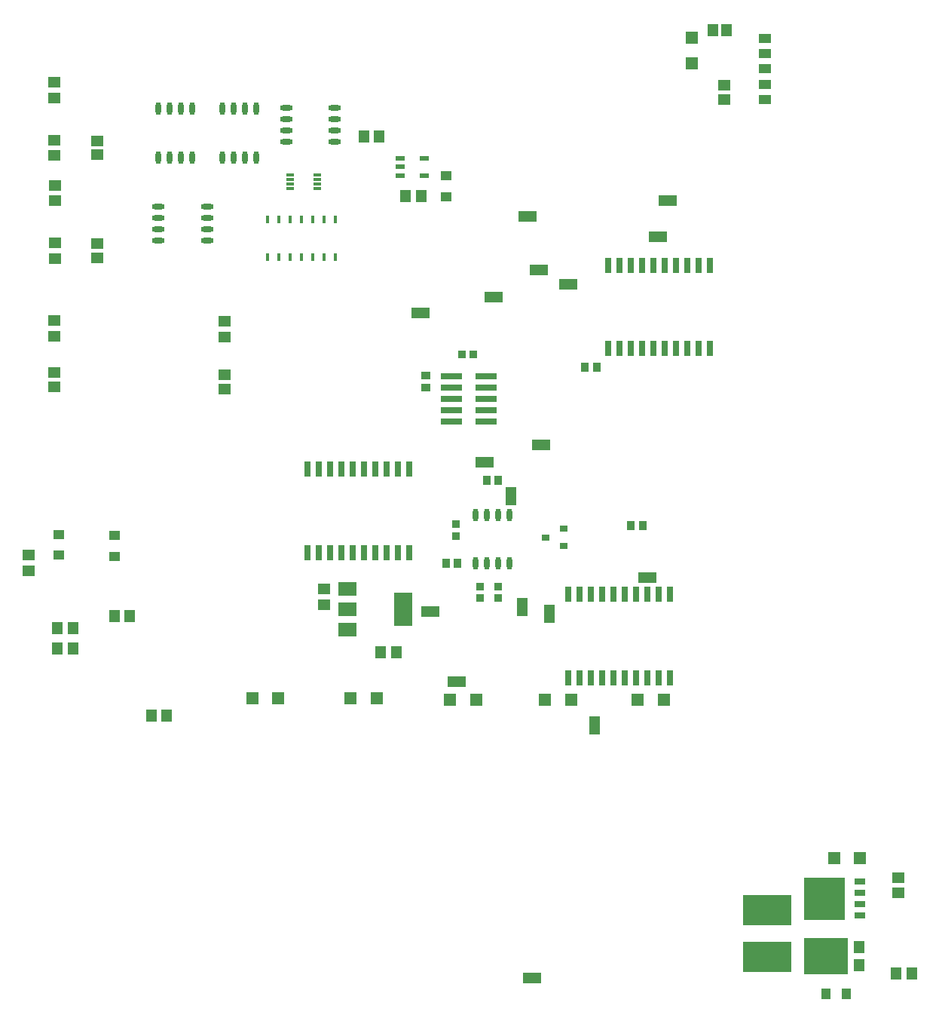
<source format=gbr>
%TF.GenerationSoftware,Altium Limited,Altium Designer,18.1.9 (240)*%
G04 Layer_Color=8421504*
%FSLAX26Y26*%
%MOIN*%
%TF.FileFunction,Paste,Top*%
%TF.Part,Single*%
G01*
G75*
%TA.AperFunction,SMDPad,CuDef*%
%ADD10O,0.057087X0.023622*%
%ADD11R,0.053937X0.042126*%
%ADD12R,0.053150X0.045276*%
%ADD13R,0.045276X0.053150*%
%ADD14R,0.051181X0.043307*%
%ADD15R,0.080709X0.045276*%
%ADD16R,0.045276X0.080709*%
%ADD17R,0.025591X0.068898*%
%ADD18R,0.035433X0.039370*%
%ADD19R,0.053150X0.057087*%
%ADD20R,0.094488X0.029921*%
%ADD21R,0.039370X0.035433*%
%ADD22R,0.033465X0.037402*%
%ADD23R,0.035433X0.031496*%
%ADD24R,0.037402X0.033465*%
%ADD25O,0.023622X0.057087*%
%ADD26R,0.035433X0.011811*%
%ADD27R,0.016535X0.035000*%
%ADD28R,0.039370X0.023622*%
%ADD29R,0.214567X0.137795*%
%ADD30R,0.043307X0.051181*%
%ADD31R,0.181102X0.185039*%
%ADD32R,0.045276X0.027559*%
%ADD33R,0.051181X0.057087*%
%ADD34R,0.192913X0.163386*%
%ADD35R,0.055118X0.051181*%
%ADD36R,0.057087X0.053150*%
%ADD37R,0.051181X0.055118*%
%ADD38R,0.078740X0.149606*%
%ADD39R,0.078740X0.059055*%
D10*
X8767283Y5525000D02*
D03*
Y5575000D02*
D03*
Y5425000D02*
D03*
Y5475000D02*
D03*
X8552717D02*
D03*
Y5575000D02*
D03*
Y5525000D02*
D03*
Y5425000D02*
D03*
X9117717Y6010000D02*
D03*
Y5960000D02*
D03*
Y5910000D02*
D03*
Y5860000D02*
D03*
X9332283Y6010000D02*
D03*
Y5960000D02*
D03*
Y5910000D02*
D03*
Y5860000D02*
D03*
D11*
X11233858Y6048189D02*
D03*
Y6115905D02*
D03*
Y6183622D02*
D03*
Y6251338D02*
D03*
Y6319055D02*
D03*
D12*
X7977165Y3965551D02*
D03*
Y4034449D02*
D03*
X9285000Y3884449D02*
D03*
Y3815551D02*
D03*
X11825000Y2609449D02*
D03*
Y2540551D02*
D03*
X8093000Y5869449D02*
D03*
Y5800551D02*
D03*
X8094000Y5414449D02*
D03*
Y5345551D02*
D03*
Y5669449D02*
D03*
Y5600551D02*
D03*
X8093000Y6124449D02*
D03*
Y6055551D02*
D03*
X8845000Y5067953D02*
D03*
Y4999055D02*
D03*
X8092000Y5071337D02*
D03*
Y5002439D02*
D03*
D13*
X8174449Y3710000D02*
D03*
X8105551D02*
D03*
X8426614Y3765000D02*
D03*
X8357717D02*
D03*
X8174449Y3620000D02*
D03*
X8105551D02*
D03*
X8520551Y3325000D02*
D03*
X8589449D02*
D03*
X9535551Y3605000D02*
D03*
X9604449D02*
D03*
X9529449Y5885000D02*
D03*
X9460551D02*
D03*
X9714449Y5620000D02*
D03*
X9645551D02*
D03*
X11884449Y2185000D02*
D03*
X11815551D02*
D03*
D14*
X8357165Y4029724D02*
D03*
Y4120276D02*
D03*
X8112165Y4034724D02*
D03*
Y4125276D02*
D03*
X9825000Y5710276D02*
D03*
Y5619724D02*
D03*
D15*
X10245000Y4520000D02*
D03*
X9870000Y3475000D02*
D03*
X10035000Y5175000D02*
D03*
X9710000Y5105000D02*
D03*
X10715000Y3935000D02*
D03*
X10185000Y5530000D02*
D03*
X9755000Y3785000D02*
D03*
X10235000Y5295000D02*
D03*
X10365000Y5230000D02*
D03*
X9995000Y4445000D02*
D03*
X10760000Y5440000D02*
D03*
X10805000Y5600000D02*
D03*
X10205000Y2165000D02*
D03*
D16*
X10160000Y3805000D02*
D03*
X10280000Y3775000D02*
D03*
X10480000Y3280276D02*
D03*
X10110000Y4295000D02*
D03*
D17*
X9660000Y4414055D02*
D03*
X9610000D02*
D03*
X9560000D02*
D03*
X9510000D02*
D03*
X9460000D02*
D03*
X9410000D02*
D03*
X9360000D02*
D03*
X9310000D02*
D03*
X9260000D02*
D03*
X9210000D02*
D03*
X9660000Y4045945D02*
D03*
X9610000D02*
D03*
X9560000D02*
D03*
X9510000D02*
D03*
X9460000D02*
D03*
X9410000D02*
D03*
X9360000D02*
D03*
X9310000D02*
D03*
X9260000D02*
D03*
X9210000D02*
D03*
X10365000Y3492284D02*
D03*
X10415000D02*
D03*
X10465000D02*
D03*
X10515000D02*
D03*
X10565000D02*
D03*
X10615000D02*
D03*
X10665000D02*
D03*
X10715000D02*
D03*
X10765000D02*
D03*
X10815000D02*
D03*
X10365000Y3860394D02*
D03*
X10415000D02*
D03*
X10465000D02*
D03*
X10515000D02*
D03*
X10565000D02*
D03*
X10615000D02*
D03*
X10665000D02*
D03*
X10715000D02*
D03*
X10765000D02*
D03*
X10815000D02*
D03*
X10540000Y4946890D02*
D03*
X10590000D02*
D03*
X10640000D02*
D03*
X10690000D02*
D03*
X10740000D02*
D03*
X10790000D02*
D03*
X10840000D02*
D03*
X10890000D02*
D03*
X10940000D02*
D03*
X10990000D02*
D03*
X10540000Y5315000D02*
D03*
X10590000D02*
D03*
X10640000D02*
D03*
X10690000D02*
D03*
X10740000D02*
D03*
X10790000D02*
D03*
X10840000D02*
D03*
X10890000D02*
D03*
X10940000D02*
D03*
X10990000D02*
D03*
D18*
X10641850Y4165834D02*
D03*
X10695000D02*
D03*
X10003425Y4365000D02*
D03*
X10056575D02*
D03*
X9876575Y3997717D02*
D03*
X9823425D02*
D03*
X10438425Y4865000D02*
D03*
X10491575D02*
D03*
D19*
X9083071Y3401299D02*
D03*
X8966929D02*
D03*
X9518071D02*
D03*
X9401929D02*
D03*
X9958071Y3395000D02*
D03*
X9841929D02*
D03*
X10788071D02*
D03*
X10671929D02*
D03*
X10378071D02*
D03*
X10261929D02*
D03*
X11540000Y2695000D02*
D03*
X11656142D02*
D03*
D20*
X10001772Y4625000D02*
D03*
X9848228D02*
D03*
X10001772Y4675000D02*
D03*
X9848228D02*
D03*
X10001772Y4725000D02*
D03*
X9848228D02*
D03*
X10001772Y4775000D02*
D03*
X9848228D02*
D03*
X10001772Y4825000D02*
D03*
X9848228D02*
D03*
D21*
X9735000Y4826575D02*
D03*
Y4773425D02*
D03*
D22*
X9945591Y4920000D02*
D03*
X9894409D02*
D03*
D23*
X10266260Y4112599D02*
D03*
X10345000Y4150000D02*
D03*
Y4075197D02*
D03*
D24*
X9866732Y4170591D02*
D03*
Y4119409D02*
D03*
X10055000Y3845000D02*
D03*
Y3896181D02*
D03*
X9975000Y3895591D02*
D03*
Y3844410D02*
D03*
D25*
X9955000Y3997717D02*
D03*
X10005000D02*
D03*
X10055000D02*
D03*
X10105000D02*
D03*
X9955000Y4212283D02*
D03*
X10005000D02*
D03*
X10055000D02*
D03*
X10105000D02*
D03*
X8700000Y6007283D02*
D03*
X8650000D02*
D03*
X8600000D02*
D03*
X8550000D02*
D03*
X8700000Y5792717D02*
D03*
X8650000D02*
D03*
X8600000D02*
D03*
X8550000D02*
D03*
X8985000Y6007283D02*
D03*
X8935000D02*
D03*
X8885000D02*
D03*
X8835000D02*
D03*
X8985000Y5792717D02*
D03*
X8935000D02*
D03*
X8885000D02*
D03*
X8835000D02*
D03*
D26*
X9256024Y5655472D02*
D03*
Y5675157D02*
D03*
Y5694842D02*
D03*
Y5714528D02*
D03*
X9133976Y5655472D02*
D03*
Y5675157D02*
D03*
Y5694842D02*
D03*
Y5714528D02*
D03*
D27*
X9035000Y5352106D02*
D03*
X9085000D02*
D03*
X9135000D02*
D03*
X9185000D02*
D03*
X9235000D02*
D03*
X9285000D02*
D03*
X9335000D02*
D03*
X9035000Y5517894D02*
D03*
X9085000D02*
D03*
X9135000D02*
D03*
X9185000D02*
D03*
X9235000D02*
D03*
X9285000D02*
D03*
X9335000D02*
D03*
D28*
X9729134Y5787402D02*
D03*
Y5712599D02*
D03*
X9620866D02*
D03*
Y5750000D02*
D03*
Y5787402D02*
D03*
D29*
X11245000Y2256654D02*
D03*
Y2463347D02*
D03*
D30*
X11504449Y2095000D02*
D03*
X11595000D02*
D03*
D31*
X11498819Y2515000D02*
D03*
D32*
X11656299Y2590000D02*
D03*
Y2540000D02*
D03*
Y2490000D02*
D03*
Y2440000D02*
D03*
D33*
X11650000Y2220000D02*
D03*
Y2300000D02*
D03*
D34*
X11504055Y2260000D02*
D03*
D35*
X8281000Y5411496D02*
D03*
Y5348504D02*
D03*
X8280000Y5866496D02*
D03*
Y5803504D02*
D03*
X8845000Y4831496D02*
D03*
Y4768504D02*
D03*
X8092000Y4841496D02*
D03*
Y4778504D02*
D03*
X11055000Y6048504D02*
D03*
Y6111496D02*
D03*
D36*
X10910000Y6323071D02*
D03*
Y6206929D02*
D03*
D37*
X11003504Y6355000D02*
D03*
X11066496D02*
D03*
D38*
X9635000Y3795669D02*
D03*
D39*
X9386969Y3705118D02*
D03*
Y3795669D02*
D03*
Y3886220D02*
D03*
%TF.MD5,09015a2b1a89ffee349e71047a8f3b30*%
M02*

</source>
